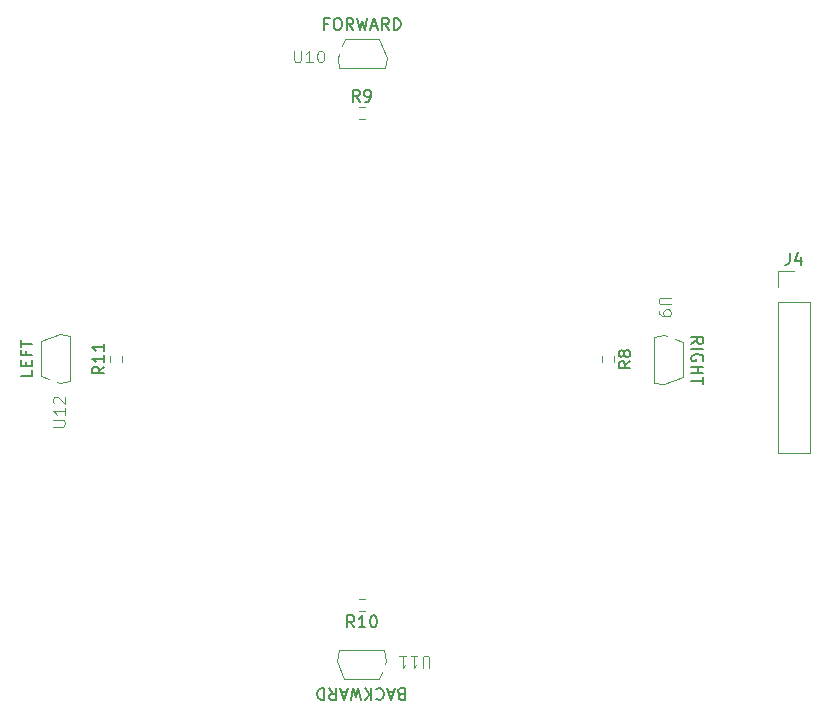
<source format=gbr>
%TF.GenerationSoftware,KiCad,Pcbnew,9.0.0*%
%TF.CreationDate,2025-06-04T23:47:33+02:00*%
%TF.ProjectId,uv_controler,75765f63-6f6e-4747-926f-6c65722e6b69,rev?*%
%TF.SameCoordinates,Original*%
%TF.FileFunction,Legend,Top*%
%TF.FilePolarity,Positive*%
%FSLAX46Y46*%
G04 Gerber Fmt 4.6, Leading zero omitted, Abs format (unit mm)*
G04 Created by KiCad (PCBNEW 9.0.0) date 2025-06-04 23:47:33*
%MOMM*%
%LPD*%
G01*
G04 APERTURE LIST*
%ADD10C,0.100000*%
%ADD11C,0.150000*%
%ADD12C,0.120000*%
G04 APERTURE END LIST*
D10*
X50007439Y-60882419D02*
X50007439Y-61691942D01*
X50007439Y-61691942D02*
X50055058Y-61787180D01*
X50055058Y-61787180D02*
X50102677Y-61834800D01*
X50102677Y-61834800D02*
X50197915Y-61882419D01*
X50197915Y-61882419D02*
X50388391Y-61882419D01*
X50388391Y-61882419D02*
X50483629Y-61834800D01*
X50483629Y-61834800D02*
X50531248Y-61787180D01*
X50531248Y-61787180D02*
X50578867Y-61691942D01*
X50578867Y-61691942D02*
X50578867Y-60882419D01*
X51578867Y-61882419D02*
X51007439Y-61882419D01*
X51293153Y-61882419D02*
X51293153Y-60882419D01*
X51293153Y-60882419D02*
X51197915Y-61025276D01*
X51197915Y-61025276D02*
X51102677Y-61120514D01*
X51102677Y-61120514D02*
X51007439Y-61168133D01*
X52197915Y-60882419D02*
X52293153Y-60882419D01*
X52293153Y-60882419D02*
X52388391Y-60930038D01*
X52388391Y-60930038D02*
X52436010Y-60977657D01*
X52436010Y-60977657D02*
X52483629Y-61072895D01*
X52483629Y-61072895D02*
X52531248Y-61263371D01*
X52531248Y-61263371D02*
X52531248Y-61501466D01*
X52531248Y-61501466D02*
X52483629Y-61691942D01*
X52483629Y-61691942D02*
X52436010Y-61787180D01*
X52436010Y-61787180D02*
X52388391Y-61834800D01*
X52388391Y-61834800D02*
X52293153Y-61882419D01*
X52293153Y-61882419D02*
X52197915Y-61882419D01*
X52197915Y-61882419D02*
X52102677Y-61834800D01*
X52102677Y-61834800D02*
X52055058Y-61787180D01*
X52055058Y-61787180D02*
X52007439Y-61691942D01*
X52007439Y-61691942D02*
X51959820Y-61501466D01*
X51959820Y-61501466D02*
X51959820Y-61263371D01*
X51959820Y-61263371D02*
X52007439Y-61072895D01*
X52007439Y-61072895D02*
X52055058Y-60977657D01*
X52055058Y-60977657D02*
X52102677Y-60930038D01*
X52102677Y-60930038D02*
X52197915Y-60882419D01*
D11*
X52864581Y-58606009D02*
X52531248Y-58606009D01*
X52531248Y-59129819D02*
X52531248Y-58129819D01*
X52531248Y-58129819D02*
X53007438Y-58129819D01*
X53578867Y-58129819D02*
X53769343Y-58129819D01*
X53769343Y-58129819D02*
X53864581Y-58177438D01*
X53864581Y-58177438D02*
X53959819Y-58272676D01*
X53959819Y-58272676D02*
X54007438Y-58463152D01*
X54007438Y-58463152D02*
X54007438Y-58796485D01*
X54007438Y-58796485D02*
X53959819Y-58986961D01*
X53959819Y-58986961D02*
X53864581Y-59082200D01*
X53864581Y-59082200D02*
X53769343Y-59129819D01*
X53769343Y-59129819D02*
X53578867Y-59129819D01*
X53578867Y-59129819D02*
X53483629Y-59082200D01*
X53483629Y-59082200D02*
X53388391Y-58986961D01*
X53388391Y-58986961D02*
X53340772Y-58796485D01*
X53340772Y-58796485D02*
X53340772Y-58463152D01*
X53340772Y-58463152D02*
X53388391Y-58272676D01*
X53388391Y-58272676D02*
X53483629Y-58177438D01*
X53483629Y-58177438D02*
X53578867Y-58129819D01*
X55007438Y-59129819D02*
X54674105Y-58653628D01*
X54436010Y-59129819D02*
X54436010Y-58129819D01*
X54436010Y-58129819D02*
X54816962Y-58129819D01*
X54816962Y-58129819D02*
X54912200Y-58177438D01*
X54912200Y-58177438D02*
X54959819Y-58225057D01*
X54959819Y-58225057D02*
X55007438Y-58320295D01*
X55007438Y-58320295D02*
X55007438Y-58463152D01*
X55007438Y-58463152D02*
X54959819Y-58558390D01*
X54959819Y-58558390D02*
X54912200Y-58606009D01*
X54912200Y-58606009D02*
X54816962Y-58653628D01*
X54816962Y-58653628D02*
X54436010Y-58653628D01*
X55340772Y-58129819D02*
X55578867Y-59129819D01*
X55578867Y-59129819D02*
X55769343Y-58415533D01*
X55769343Y-58415533D02*
X55959819Y-59129819D01*
X55959819Y-59129819D02*
X56197915Y-58129819D01*
X56531248Y-58844104D02*
X57007438Y-58844104D01*
X56436010Y-59129819D02*
X56769343Y-58129819D01*
X56769343Y-58129819D02*
X57102676Y-59129819D01*
X58007438Y-59129819D02*
X57674105Y-58653628D01*
X57436010Y-59129819D02*
X57436010Y-58129819D01*
X57436010Y-58129819D02*
X57816962Y-58129819D01*
X57816962Y-58129819D02*
X57912200Y-58177438D01*
X57912200Y-58177438D02*
X57959819Y-58225057D01*
X57959819Y-58225057D02*
X58007438Y-58320295D01*
X58007438Y-58320295D02*
X58007438Y-58463152D01*
X58007438Y-58463152D02*
X57959819Y-58558390D01*
X57959819Y-58558390D02*
X57912200Y-58606009D01*
X57912200Y-58606009D02*
X57816962Y-58653628D01*
X57816962Y-58653628D02*
X57436010Y-58653628D01*
X58436010Y-59129819D02*
X58436010Y-58129819D01*
X58436010Y-58129819D02*
X58674105Y-58129819D01*
X58674105Y-58129819D02*
X58816962Y-58177438D01*
X58816962Y-58177438D02*
X58912200Y-58272676D01*
X58912200Y-58272676D02*
X58959819Y-58367914D01*
X58959819Y-58367914D02*
X59007438Y-58558390D01*
X59007438Y-58558390D02*
X59007438Y-58701247D01*
X59007438Y-58701247D02*
X58959819Y-58891723D01*
X58959819Y-58891723D02*
X58912200Y-58986961D01*
X58912200Y-58986961D02*
X58816962Y-59082200D01*
X58816962Y-59082200D02*
X58674105Y-59129819D01*
X58674105Y-59129819D02*
X58436010Y-59129819D01*
D10*
X81878114Y-81800595D02*
X81068591Y-81800595D01*
X81068591Y-81800595D02*
X80973353Y-81848214D01*
X80973353Y-81848214D02*
X80925734Y-81895833D01*
X80925734Y-81895833D02*
X80878114Y-81991071D01*
X80878114Y-81991071D02*
X80878114Y-82181547D01*
X80878114Y-82181547D02*
X80925734Y-82276785D01*
X80925734Y-82276785D02*
X80973353Y-82324404D01*
X80973353Y-82324404D02*
X81068591Y-82372023D01*
X81068591Y-82372023D02*
X81878114Y-82372023D01*
X80878114Y-82895833D02*
X80878114Y-83086309D01*
X80878114Y-83086309D02*
X80925734Y-83181547D01*
X80925734Y-83181547D02*
X80973353Y-83229166D01*
X80973353Y-83229166D02*
X81116210Y-83324404D01*
X81116210Y-83324404D02*
X81306686Y-83372023D01*
X81306686Y-83372023D02*
X81687638Y-83372023D01*
X81687638Y-83372023D02*
X81782876Y-83324404D01*
X81782876Y-83324404D02*
X81830495Y-83276785D01*
X81830495Y-83276785D02*
X81878114Y-83181547D01*
X81878114Y-83181547D02*
X81878114Y-82991071D01*
X81878114Y-82991071D02*
X81830495Y-82895833D01*
X81830495Y-82895833D02*
X81782876Y-82848214D01*
X81782876Y-82848214D02*
X81687638Y-82800595D01*
X81687638Y-82800595D02*
X81449543Y-82800595D01*
X81449543Y-82800595D02*
X81354305Y-82848214D01*
X81354305Y-82848214D02*
X81306686Y-82895833D01*
X81306686Y-82895833D02*
X81259067Y-82991071D01*
X81259067Y-82991071D02*
X81259067Y-83181547D01*
X81259067Y-83181547D02*
X81306686Y-83276785D01*
X81306686Y-83276785D02*
X81354305Y-83324404D01*
X81354305Y-83324404D02*
X81449543Y-83372023D01*
D11*
X83630714Y-85729166D02*
X84106905Y-85395833D01*
X83630714Y-85157738D02*
X84630714Y-85157738D01*
X84630714Y-85157738D02*
X84630714Y-85538690D01*
X84630714Y-85538690D02*
X84583095Y-85633928D01*
X84583095Y-85633928D02*
X84535476Y-85681547D01*
X84535476Y-85681547D02*
X84440238Y-85729166D01*
X84440238Y-85729166D02*
X84297381Y-85729166D01*
X84297381Y-85729166D02*
X84202143Y-85681547D01*
X84202143Y-85681547D02*
X84154524Y-85633928D01*
X84154524Y-85633928D02*
X84106905Y-85538690D01*
X84106905Y-85538690D02*
X84106905Y-85157738D01*
X83630714Y-86157738D02*
X84630714Y-86157738D01*
X84583095Y-87157737D02*
X84630714Y-87062499D01*
X84630714Y-87062499D02*
X84630714Y-86919642D01*
X84630714Y-86919642D02*
X84583095Y-86776785D01*
X84583095Y-86776785D02*
X84487857Y-86681547D01*
X84487857Y-86681547D02*
X84392619Y-86633928D01*
X84392619Y-86633928D02*
X84202143Y-86586309D01*
X84202143Y-86586309D02*
X84059286Y-86586309D01*
X84059286Y-86586309D02*
X83868810Y-86633928D01*
X83868810Y-86633928D02*
X83773572Y-86681547D01*
X83773572Y-86681547D02*
X83678334Y-86776785D01*
X83678334Y-86776785D02*
X83630714Y-86919642D01*
X83630714Y-86919642D02*
X83630714Y-87014880D01*
X83630714Y-87014880D02*
X83678334Y-87157737D01*
X83678334Y-87157737D02*
X83725953Y-87205356D01*
X83725953Y-87205356D02*
X84059286Y-87205356D01*
X84059286Y-87205356D02*
X84059286Y-87014880D01*
X83630714Y-87633928D02*
X84630714Y-87633928D01*
X84154524Y-87633928D02*
X84154524Y-88205356D01*
X83630714Y-88205356D02*
X84630714Y-88205356D01*
X84630714Y-88538690D02*
X84630714Y-89110118D01*
X83630714Y-88824404D02*
X84630714Y-88824404D01*
X78470353Y-87204166D02*
X77994162Y-87537499D01*
X78470353Y-87775594D02*
X77470353Y-87775594D01*
X77470353Y-87775594D02*
X77470353Y-87394642D01*
X77470353Y-87394642D02*
X77517972Y-87299404D01*
X77517972Y-87299404D02*
X77565591Y-87251785D01*
X77565591Y-87251785D02*
X77660829Y-87204166D01*
X77660829Y-87204166D02*
X77803686Y-87204166D01*
X77803686Y-87204166D02*
X77898924Y-87251785D01*
X77898924Y-87251785D02*
X77946543Y-87299404D01*
X77946543Y-87299404D02*
X77994162Y-87394642D01*
X77994162Y-87394642D02*
X77994162Y-87775594D01*
X77898924Y-86632737D02*
X77851305Y-86727975D01*
X77851305Y-86727975D02*
X77803686Y-86775594D01*
X77803686Y-86775594D02*
X77708448Y-86823213D01*
X77708448Y-86823213D02*
X77660829Y-86823213D01*
X77660829Y-86823213D02*
X77565591Y-86775594D01*
X77565591Y-86775594D02*
X77517972Y-86727975D01*
X77517972Y-86727975D02*
X77470353Y-86632737D01*
X77470353Y-86632737D02*
X77470353Y-86442261D01*
X77470353Y-86442261D02*
X77517972Y-86347023D01*
X77517972Y-86347023D02*
X77565591Y-86299404D01*
X77565591Y-86299404D02*
X77660829Y-86251785D01*
X77660829Y-86251785D02*
X77708448Y-86251785D01*
X77708448Y-86251785D02*
X77803686Y-86299404D01*
X77803686Y-86299404D02*
X77851305Y-86347023D01*
X77851305Y-86347023D02*
X77898924Y-86442261D01*
X77898924Y-86442261D02*
X77898924Y-86632737D01*
X77898924Y-86632737D02*
X77946543Y-86727975D01*
X77946543Y-86727975D02*
X77994162Y-86775594D01*
X77994162Y-86775594D02*
X78089400Y-86823213D01*
X78089400Y-86823213D02*
X78279876Y-86823213D01*
X78279876Y-86823213D02*
X78375114Y-86775594D01*
X78375114Y-86775594D02*
X78422734Y-86727975D01*
X78422734Y-86727975D02*
X78470353Y-86632737D01*
X78470353Y-86632737D02*
X78470353Y-86442261D01*
X78470353Y-86442261D02*
X78422734Y-86347023D01*
X78422734Y-86347023D02*
X78375114Y-86299404D01*
X78375114Y-86299404D02*
X78279876Y-86251785D01*
X78279876Y-86251785D02*
X78089400Y-86251785D01*
X78089400Y-86251785D02*
X77994162Y-86299404D01*
X77994162Y-86299404D02*
X77946543Y-86347023D01*
X77946543Y-86347023D02*
X77898924Y-86442261D01*
X91966666Y-78024819D02*
X91966666Y-78739104D01*
X91966666Y-78739104D02*
X91919047Y-78881961D01*
X91919047Y-78881961D02*
X91823809Y-78977200D01*
X91823809Y-78977200D02*
X91680952Y-79024819D01*
X91680952Y-79024819D02*
X91585714Y-79024819D01*
X92871428Y-78358152D02*
X92871428Y-79024819D01*
X92633333Y-77977200D02*
X92395238Y-78691485D01*
X92395238Y-78691485D02*
X93014285Y-78691485D01*
D10*
X61436128Y-113117580D02*
X61436128Y-112308057D01*
X61436128Y-112308057D02*
X61388509Y-112212819D01*
X61388509Y-112212819D02*
X61340890Y-112165200D01*
X61340890Y-112165200D02*
X61245652Y-112117580D01*
X61245652Y-112117580D02*
X61055176Y-112117580D01*
X61055176Y-112117580D02*
X60959938Y-112165200D01*
X60959938Y-112165200D02*
X60912319Y-112212819D01*
X60912319Y-112212819D02*
X60864700Y-112308057D01*
X60864700Y-112308057D02*
X60864700Y-113117580D01*
X59864700Y-112117580D02*
X60436128Y-112117580D01*
X60150414Y-112117580D02*
X60150414Y-113117580D01*
X60150414Y-113117580D02*
X60245652Y-112974723D01*
X60245652Y-112974723D02*
X60340890Y-112879485D01*
X60340890Y-112879485D02*
X60436128Y-112831866D01*
X58912319Y-112117580D02*
X59483747Y-112117580D01*
X59198033Y-112117580D02*
X59198033Y-113117580D01*
X59198033Y-113117580D02*
X59293271Y-112974723D01*
X59293271Y-112974723D02*
X59388509Y-112879485D01*
X59388509Y-112879485D02*
X59483747Y-112831866D01*
D11*
X59055176Y-115393990D02*
X58912319Y-115346371D01*
X58912319Y-115346371D02*
X58864700Y-115298752D01*
X58864700Y-115298752D02*
X58817081Y-115203514D01*
X58817081Y-115203514D02*
X58817081Y-115060657D01*
X58817081Y-115060657D02*
X58864700Y-114965419D01*
X58864700Y-114965419D02*
X58912319Y-114917800D01*
X58912319Y-114917800D02*
X59007557Y-114870180D01*
X59007557Y-114870180D02*
X59388509Y-114870180D01*
X59388509Y-114870180D02*
X59388509Y-115870180D01*
X59388509Y-115870180D02*
X59055176Y-115870180D01*
X59055176Y-115870180D02*
X58959938Y-115822561D01*
X58959938Y-115822561D02*
X58912319Y-115774942D01*
X58912319Y-115774942D02*
X58864700Y-115679704D01*
X58864700Y-115679704D02*
X58864700Y-115584466D01*
X58864700Y-115584466D02*
X58912319Y-115489228D01*
X58912319Y-115489228D02*
X58959938Y-115441609D01*
X58959938Y-115441609D02*
X59055176Y-115393990D01*
X59055176Y-115393990D02*
X59388509Y-115393990D01*
X58436128Y-115155895D02*
X57959938Y-115155895D01*
X58531366Y-114870180D02*
X58198033Y-115870180D01*
X58198033Y-115870180D02*
X57864700Y-114870180D01*
X56959938Y-114965419D02*
X57007557Y-114917800D01*
X57007557Y-114917800D02*
X57150414Y-114870180D01*
X57150414Y-114870180D02*
X57245652Y-114870180D01*
X57245652Y-114870180D02*
X57388509Y-114917800D01*
X57388509Y-114917800D02*
X57483747Y-115013038D01*
X57483747Y-115013038D02*
X57531366Y-115108276D01*
X57531366Y-115108276D02*
X57578985Y-115298752D01*
X57578985Y-115298752D02*
X57578985Y-115441609D01*
X57578985Y-115441609D02*
X57531366Y-115632085D01*
X57531366Y-115632085D02*
X57483747Y-115727323D01*
X57483747Y-115727323D02*
X57388509Y-115822561D01*
X57388509Y-115822561D02*
X57245652Y-115870180D01*
X57245652Y-115870180D02*
X57150414Y-115870180D01*
X57150414Y-115870180D02*
X57007557Y-115822561D01*
X57007557Y-115822561D02*
X56959938Y-115774942D01*
X56531366Y-114870180D02*
X56531366Y-115870180D01*
X55959938Y-114870180D02*
X56388509Y-115441609D01*
X55959938Y-115870180D02*
X56531366Y-115298752D01*
X55626604Y-115870180D02*
X55388509Y-114870180D01*
X55388509Y-114870180D02*
X55198033Y-115584466D01*
X55198033Y-115584466D02*
X55007557Y-114870180D01*
X55007557Y-114870180D02*
X54769462Y-115870180D01*
X54436128Y-115155895D02*
X53959938Y-115155895D01*
X54531366Y-114870180D02*
X54198033Y-115870180D01*
X54198033Y-115870180D02*
X53864700Y-114870180D01*
X52959938Y-114870180D02*
X53293271Y-115346371D01*
X53531366Y-114870180D02*
X53531366Y-115870180D01*
X53531366Y-115870180D02*
X53150414Y-115870180D01*
X53150414Y-115870180D02*
X53055176Y-115822561D01*
X53055176Y-115822561D02*
X53007557Y-115774942D01*
X53007557Y-115774942D02*
X52959938Y-115679704D01*
X52959938Y-115679704D02*
X52959938Y-115536847D01*
X52959938Y-115536847D02*
X53007557Y-115441609D01*
X53007557Y-115441609D02*
X53055176Y-115393990D01*
X53055176Y-115393990D02*
X53150414Y-115346371D01*
X53150414Y-115346371D02*
X53531366Y-115346371D01*
X52531366Y-114870180D02*
X52531366Y-115870180D01*
X52531366Y-115870180D02*
X52293271Y-115870180D01*
X52293271Y-115870180D02*
X52150414Y-115822561D01*
X52150414Y-115822561D02*
X52055176Y-115727323D01*
X52055176Y-115727323D02*
X52007557Y-115632085D01*
X52007557Y-115632085D02*
X51959938Y-115441609D01*
X51959938Y-115441609D02*
X51959938Y-115298752D01*
X51959938Y-115298752D02*
X52007557Y-115108276D01*
X52007557Y-115108276D02*
X52055176Y-115013038D01*
X52055176Y-115013038D02*
X52150414Y-114917800D01*
X52150414Y-114917800D02*
X52293271Y-114870180D01*
X52293271Y-114870180D02*
X52531366Y-114870180D01*
X33910353Y-87642857D02*
X33434162Y-87976190D01*
X33910353Y-88214285D02*
X32910353Y-88214285D01*
X32910353Y-88214285D02*
X32910353Y-87833333D01*
X32910353Y-87833333D02*
X32957972Y-87738095D01*
X32957972Y-87738095D02*
X33005591Y-87690476D01*
X33005591Y-87690476D02*
X33100829Y-87642857D01*
X33100829Y-87642857D02*
X33243686Y-87642857D01*
X33243686Y-87642857D02*
X33338924Y-87690476D01*
X33338924Y-87690476D02*
X33386543Y-87738095D01*
X33386543Y-87738095D02*
X33434162Y-87833333D01*
X33434162Y-87833333D02*
X33434162Y-88214285D01*
X33910353Y-86690476D02*
X33910353Y-87261904D01*
X33910353Y-86976190D02*
X32910353Y-86976190D01*
X32910353Y-86976190D02*
X33053210Y-87071428D01*
X33053210Y-87071428D02*
X33148448Y-87166666D01*
X33148448Y-87166666D02*
X33196067Y-87261904D01*
X33910353Y-85738095D02*
X33910353Y-86309523D01*
X33910353Y-86023809D02*
X32910353Y-86023809D01*
X32910353Y-86023809D02*
X33053210Y-86119047D01*
X33053210Y-86119047D02*
X33148448Y-86214285D01*
X33148448Y-86214285D02*
X33196067Y-86309523D01*
X55080176Y-109709819D02*
X54746843Y-109233628D01*
X54508748Y-109709819D02*
X54508748Y-108709819D01*
X54508748Y-108709819D02*
X54889700Y-108709819D01*
X54889700Y-108709819D02*
X54984938Y-108757438D01*
X54984938Y-108757438D02*
X55032557Y-108805057D01*
X55032557Y-108805057D02*
X55080176Y-108900295D01*
X55080176Y-108900295D02*
X55080176Y-109043152D01*
X55080176Y-109043152D02*
X55032557Y-109138390D01*
X55032557Y-109138390D02*
X54984938Y-109186009D01*
X54984938Y-109186009D02*
X54889700Y-109233628D01*
X54889700Y-109233628D02*
X54508748Y-109233628D01*
X56032557Y-109709819D02*
X55461129Y-109709819D01*
X55746843Y-109709819D02*
X55746843Y-108709819D01*
X55746843Y-108709819D02*
X55651605Y-108852676D01*
X55651605Y-108852676D02*
X55556367Y-108947914D01*
X55556367Y-108947914D02*
X55461129Y-108995533D01*
X56651605Y-108709819D02*
X56746843Y-108709819D01*
X56746843Y-108709819D02*
X56842081Y-108757438D01*
X56842081Y-108757438D02*
X56889700Y-108805057D01*
X56889700Y-108805057D02*
X56937319Y-108900295D01*
X56937319Y-108900295D02*
X56984938Y-109090771D01*
X56984938Y-109090771D02*
X56984938Y-109328866D01*
X56984938Y-109328866D02*
X56937319Y-109519342D01*
X56937319Y-109519342D02*
X56889700Y-109614580D01*
X56889700Y-109614580D02*
X56842081Y-109662200D01*
X56842081Y-109662200D02*
X56746843Y-109709819D01*
X56746843Y-109709819D02*
X56651605Y-109709819D01*
X56651605Y-109709819D02*
X56556367Y-109662200D01*
X56556367Y-109662200D02*
X56508748Y-109614580D01*
X56508748Y-109614580D02*
X56461129Y-109519342D01*
X56461129Y-109519342D02*
X56413510Y-109328866D01*
X56413510Y-109328866D02*
X56413510Y-109090771D01*
X56413510Y-109090771D02*
X56461129Y-108900295D01*
X56461129Y-108900295D02*
X56508748Y-108805057D01*
X56508748Y-108805057D02*
X56556367Y-108757438D01*
X56556367Y-108757438D02*
X56651605Y-108709819D01*
D10*
X29592953Y-92713094D02*
X30402476Y-92713094D01*
X30402476Y-92713094D02*
X30497714Y-92665475D01*
X30497714Y-92665475D02*
X30545334Y-92617856D01*
X30545334Y-92617856D02*
X30592953Y-92522618D01*
X30592953Y-92522618D02*
X30592953Y-92332142D01*
X30592953Y-92332142D02*
X30545334Y-92236904D01*
X30545334Y-92236904D02*
X30497714Y-92189285D01*
X30497714Y-92189285D02*
X30402476Y-92141666D01*
X30402476Y-92141666D02*
X29592953Y-92141666D01*
X30592953Y-91141666D02*
X30592953Y-91713094D01*
X30592953Y-91427380D02*
X29592953Y-91427380D01*
X29592953Y-91427380D02*
X29735810Y-91522618D01*
X29735810Y-91522618D02*
X29831048Y-91617856D01*
X29831048Y-91617856D02*
X29878667Y-91713094D01*
X29688191Y-90760713D02*
X29640572Y-90713094D01*
X29640572Y-90713094D02*
X29592953Y-90617856D01*
X29592953Y-90617856D02*
X29592953Y-90379761D01*
X29592953Y-90379761D02*
X29640572Y-90284523D01*
X29640572Y-90284523D02*
X29688191Y-90236904D01*
X29688191Y-90236904D02*
X29783429Y-90189285D01*
X29783429Y-90189285D02*
X29878667Y-90189285D01*
X29878667Y-90189285D02*
X30021524Y-90236904D01*
X30021524Y-90236904D02*
X30592953Y-90808332D01*
X30592953Y-90808332D02*
X30592953Y-90189285D01*
D11*
X27840353Y-87927381D02*
X27840353Y-88403571D01*
X27840353Y-88403571D02*
X26840353Y-88403571D01*
X27316543Y-87594047D02*
X27316543Y-87260714D01*
X27840353Y-87117857D02*
X27840353Y-87594047D01*
X27840353Y-87594047D02*
X26840353Y-87594047D01*
X26840353Y-87594047D02*
X26840353Y-87117857D01*
X27316543Y-86355952D02*
X27316543Y-86689285D01*
X27840353Y-86689285D02*
X26840353Y-86689285D01*
X26840353Y-86689285D02*
X26840353Y-86213095D01*
X26840353Y-85974999D02*
X26840353Y-85403571D01*
X27840353Y-85689285D02*
X26840353Y-85689285D01*
X55553867Y-65199819D02*
X55220534Y-64723628D01*
X54982439Y-65199819D02*
X54982439Y-64199819D01*
X54982439Y-64199819D02*
X55363391Y-64199819D01*
X55363391Y-64199819D02*
X55458629Y-64247438D01*
X55458629Y-64247438D02*
X55506248Y-64295057D01*
X55506248Y-64295057D02*
X55553867Y-64390295D01*
X55553867Y-64390295D02*
X55553867Y-64533152D01*
X55553867Y-64533152D02*
X55506248Y-64628390D01*
X55506248Y-64628390D02*
X55458629Y-64676009D01*
X55458629Y-64676009D02*
X55363391Y-64723628D01*
X55363391Y-64723628D02*
X54982439Y-64723628D01*
X56030058Y-65199819D02*
X56220534Y-65199819D01*
X56220534Y-65199819D02*
X56315772Y-65152200D01*
X56315772Y-65152200D02*
X56363391Y-65104580D01*
X56363391Y-65104580D02*
X56458629Y-64961723D01*
X56458629Y-64961723D02*
X56506248Y-64771247D01*
X56506248Y-64771247D02*
X56506248Y-64390295D01*
X56506248Y-64390295D02*
X56458629Y-64295057D01*
X56458629Y-64295057D02*
X56411010Y-64247438D01*
X56411010Y-64247438D02*
X56315772Y-64199819D01*
X56315772Y-64199819D02*
X56125296Y-64199819D01*
X56125296Y-64199819D02*
X56030058Y-64247438D01*
X56030058Y-64247438D02*
X55982439Y-64295057D01*
X55982439Y-64295057D02*
X55934820Y-64390295D01*
X55934820Y-64390295D02*
X55934820Y-64628390D01*
X55934820Y-64628390D02*
X55982439Y-64723628D01*
X55982439Y-64723628D02*
X56030058Y-64771247D01*
X56030058Y-64771247D02*
X56125296Y-64818866D01*
X56125296Y-64818866D02*
X56315772Y-64818866D01*
X56315772Y-64818866D02*
X56411010Y-64771247D01*
X56411010Y-64771247D02*
X56458629Y-64723628D01*
X56458629Y-64723628D02*
X56506248Y-64628390D01*
D12*
%TO.C,U10*%
X53670534Y-61475000D02*
X53820534Y-62325000D01*
X53770534Y-61175000D02*
X53670534Y-61475000D01*
X53820534Y-62325000D02*
X57670534Y-62325000D01*
X54270534Y-59875000D02*
X54020534Y-60525000D01*
X57220534Y-59875000D02*
X54270534Y-59875000D01*
X57670534Y-62325000D02*
X57820534Y-61475000D01*
X57820534Y-61475000D02*
X57220534Y-59875000D01*
%TO.C,U9*%
X81285534Y-84987500D02*
X80435534Y-85137500D01*
X81585534Y-85087500D02*
X81285534Y-84987500D01*
X80435534Y-85137500D02*
X80435534Y-88987500D01*
X82885534Y-85587500D02*
X82235534Y-85337500D01*
X82885534Y-88537500D02*
X82885534Y-85587500D01*
X80435534Y-88987500D02*
X81285534Y-89137500D01*
X81285534Y-89137500D02*
X82885534Y-88537500D01*
%TO.C,R8*%
X77108034Y-86782776D02*
X77108034Y-87292224D01*
X76063034Y-86782776D02*
X76063034Y-87292224D01*
%TO.C,J4*%
X90970000Y-79570000D02*
X92300000Y-79570000D01*
X90970000Y-80900000D02*
X90970000Y-79570000D01*
X90970000Y-82170000D02*
X90970000Y-94930000D01*
X90970000Y-82170000D02*
X93630000Y-82170000D01*
X90970000Y-94930000D02*
X93630000Y-94930000D01*
X93630000Y-82170000D02*
X93630000Y-94930000D01*
%TO.C,U11*%
X57773034Y-112525000D02*
X57623034Y-111675000D01*
X57673034Y-112825000D02*
X57773034Y-112525000D01*
X57623034Y-111675000D02*
X53773034Y-111675000D01*
X57173034Y-114125000D02*
X57423034Y-113475000D01*
X54223034Y-114125000D02*
X57173034Y-114125000D01*
X53773034Y-111675000D02*
X53623034Y-112525000D01*
X53623034Y-112525000D02*
X54223034Y-114125000D01*
%TO.C,R11*%
X34363034Y-87254724D02*
X34363034Y-86745276D01*
X35408034Y-87254724D02*
X35408034Y-86745276D01*
%TO.C,R10*%
X55977758Y-108347500D02*
X55468310Y-108347500D01*
X55977758Y-107302500D02*
X55468310Y-107302500D01*
%TO.C,U12*%
X30185534Y-89050000D02*
X31035534Y-88900000D01*
X29885534Y-88950000D02*
X30185534Y-89050000D01*
X31035534Y-88900000D02*
X31035534Y-85050000D01*
X28585534Y-88450000D02*
X29235534Y-88700000D01*
X28585534Y-85500000D02*
X28585534Y-88450000D01*
X31035534Y-85050000D02*
X30185534Y-84900000D01*
X30185534Y-84900000D02*
X28585534Y-85500000D01*
%TO.C,R9*%
X55465810Y-65652500D02*
X55975258Y-65652500D01*
X55465810Y-66697500D02*
X55975258Y-66697500D01*
%TD*%
M02*

</source>
